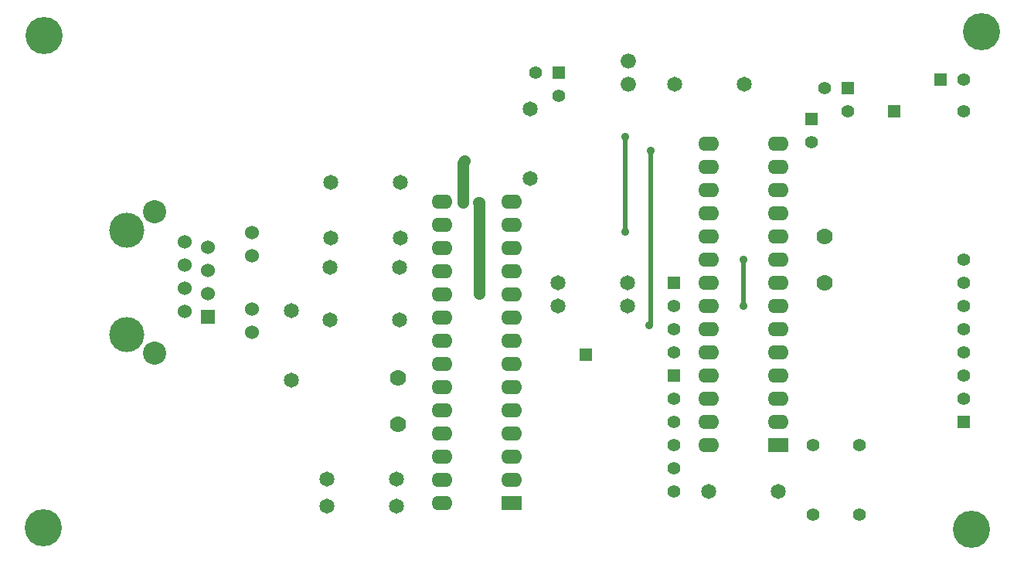
<source format=gtl>
G04 (created by PCBNEW-RS274X (2012-01-19 BZR 3256)-stable) date 4/16/2012 4:42:44 PM*
G01*
G70*
G90*
%MOIN*%
G04 Gerber Fmt 3.4, Leading zero omitted, Abs format*
%FSLAX34Y34*%
G04 APERTURE LIST*
%ADD10C,0.006000*%
%ADD11C,0.055000*%
%ADD12R,0.055000X0.055000*%
%ADD13C,0.065000*%
%ADD14C,0.066000*%
%ADD15C,0.070000*%
%ADD16O,0.090000X0.062000*%
%ADD17R,0.090000X0.062000*%
%ADD18C,0.151600*%
%ADD19C,0.060000*%
%ADD20C,0.100000*%
%ADD21R,0.060000X0.060000*%
%ADD22C,0.160000*%
%ADD23C,0.035000*%
%ADD24C,0.050000*%
%ADD25C,0.020000*%
%ADD26C,0.010000*%
G04 APERTURE END LIST*
G54D10*
G54D11*
X45200Y-67300D03*
X43200Y-67300D03*
X45200Y-64300D03*
X43200Y-64300D03*
G54D12*
X49700Y-63300D03*
G54D11*
X49700Y-62300D03*
X49700Y-61300D03*
X49700Y-60300D03*
X49700Y-59300D03*
X49700Y-58300D03*
X49700Y-57300D03*
X49700Y-56300D03*
G54D12*
X37200Y-61300D03*
G54D11*
X37200Y-62300D03*
X37200Y-63300D03*
X37200Y-64300D03*
X37200Y-65300D03*
X37200Y-66300D03*
G54D12*
X37200Y-57300D03*
G54D11*
X37200Y-58300D03*
X37200Y-59300D03*
X37200Y-60300D03*
G54D12*
X48700Y-48525D03*
G54D11*
X49700Y-48525D03*
G54D13*
X20700Y-58500D03*
X20700Y-61500D03*
X31000Y-52800D03*
X31000Y-49800D03*
X22250Y-65775D03*
X25250Y-65775D03*
X22250Y-66925D03*
X25250Y-66925D03*
X25400Y-52975D03*
X22400Y-52975D03*
X22425Y-55375D03*
X25425Y-55375D03*
X22375Y-56650D03*
X25375Y-56650D03*
X25375Y-58900D03*
X22375Y-58900D03*
X40250Y-48750D03*
X37250Y-48750D03*
X35200Y-57300D03*
X32200Y-57300D03*
X35200Y-58300D03*
X32200Y-58300D03*
X38700Y-66300D03*
X41700Y-66300D03*
G54D11*
X44725Y-49900D03*
G54D12*
X44725Y-48900D03*
G54D11*
X43725Y-48900D03*
X32250Y-49250D03*
G54D12*
X32250Y-48250D03*
G54D11*
X31250Y-48250D03*
G54D14*
X35250Y-48750D03*
X35250Y-47750D03*
G54D15*
X43700Y-57300D03*
X43700Y-55300D03*
X25300Y-63400D03*
X25300Y-61400D03*
G54D12*
X46725Y-49900D03*
G54D11*
X49725Y-49900D03*
G54D16*
X41700Y-63300D03*
X41700Y-62300D03*
X41700Y-61300D03*
X41700Y-60300D03*
X41700Y-59300D03*
X41700Y-58300D03*
X41700Y-57300D03*
X41700Y-56300D03*
X41700Y-55300D03*
X41700Y-54300D03*
X41700Y-53300D03*
X41700Y-52300D03*
X41700Y-51300D03*
G54D17*
X41700Y-64300D03*
G54D16*
X38700Y-51300D03*
X38700Y-52300D03*
X38700Y-53300D03*
X38700Y-54300D03*
X38700Y-55300D03*
X38700Y-56300D03*
X38700Y-57300D03*
X38700Y-58300D03*
X38700Y-59300D03*
X38700Y-60300D03*
X38700Y-61300D03*
X38700Y-62300D03*
X38700Y-63300D03*
X38700Y-64300D03*
X30200Y-65800D03*
X30200Y-64800D03*
X30200Y-63800D03*
X30200Y-62800D03*
X30200Y-61800D03*
X30200Y-60800D03*
X30200Y-59800D03*
X30200Y-58800D03*
X30200Y-57800D03*
X30200Y-56800D03*
X30200Y-55800D03*
X30200Y-54800D03*
X30200Y-53800D03*
G54D17*
X30200Y-66800D03*
G54D16*
X27200Y-53800D03*
X27200Y-54800D03*
X27200Y-55800D03*
X27200Y-56800D03*
X27200Y-57800D03*
X27200Y-58800D03*
X27200Y-59800D03*
X27200Y-60800D03*
X27200Y-61800D03*
X27200Y-62800D03*
X27200Y-63800D03*
X27200Y-64800D03*
X27200Y-65800D03*
X27200Y-66800D03*
G54D12*
X33400Y-60400D03*
G54D18*
X13600Y-59525D03*
X13600Y-55025D03*
G54D19*
X16100Y-55525D03*
X17100Y-55775D03*
X16100Y-56525D03*
X17100Y-56775D03*
X16100Y-57525D03*
X17100Y-57775D03*
X16100Y-58525D03*
G54D20*
X14800Y-60325D03*
X14800Y-54225D03*
G54D19*
X19000Y-56125D03*
X19000Y-58425D03*
X19000Y-55125D03*
X19000Y-59425D03*
G54D21*
X17100Y-58775D03*
G54D12*
X43150Y-50250D03*
G54D11*
X43150Y-51250D03*
G54D22*
X10000Y-67875D03*
X50050Y-67925D03*
X50475Y-46475D03*
X10050Y-46625D03*
G54D23*
X28800Y-57775D03*
X28175Y-52050D03*
X28775Y-53825D03*
X28100Y-53825D03*
X40200Y-56300D03*
X40200Y-58300D03*
X36150Y-59150D03*
X36200Y-51600D03*
X35100Y-55100D03*
X35100Y-51000D03*
G54D24*
X28800Y-53850D02*
X28800Y-57775D01*
X28175Y-52050D02*
X28100Y-52125D01*
X28775Y-53825D02*
X28800Y-53850D01*
X28100Y-52125D02*
X28100Y-53825D01*
G54D25*
X40200Y-58300D02*
X40200Y-56300D01*
X36200Y-59100D02*
X36200Y-51600D01*
G54D26*
X36150Y-59150D02*
X36200Y-59100D01*
G54D25*
X35100Y-55100D02*
X35100Y-51000D01*
M02*

</source>
